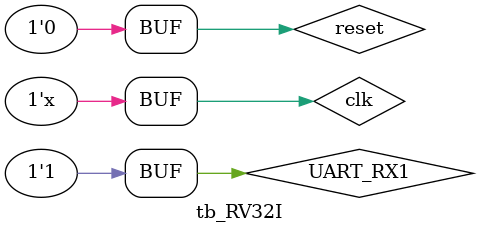
<source format=sv>
`timescale 1ns / 1ps

module tb_RV32I ();

    logic        clk;
    logic        reset;
    tri   [15:0] IOPortA;
    // tri [15:0] IOPortB;
    tri   [15:0] IOPortC;
    // tri [15:0] IOPortD;
    // tri [15:0] IOPortE;
    // tri [15:0] IOPortH;
    logic       UART_RX1;
    logic       UART_TX1;
    logic [15:0] ioC;

    assign IOPortC = ioC;

    RV32I dut (
        .clk(clk),
        .reset(reset),
        .IOPortA(IOPortA),
        // .IOPortB(),
        .IOPortC(IOPortC),
        // .IOPortD(),
        // .IOPortE(),
        // .IOPortH()
        .UART_RX1(UART_RX1),
        .UART_TX1(UART_TX1)
    );

    always #5 clk = ~clk;

    initial begin
        clk   = 0;
        reset = 1'b1;
        UART_RX1 = 1;
        #40 reset = 1'b0;
        #2000 UART_RX1 = 0;
        #640  UART_RX1 = 1;
        #640  UART_RX1 = 0;
		#640  UART_RX1 = 0;
        #640  UART_RX1 = 0;
        #640  UART_RX1 = 0;
        #640  UART_RX1 = 0;
        #640  UART_RX1 = 1;
        #640  UART_RX1 = 1;
    end




endmodule

</source>
